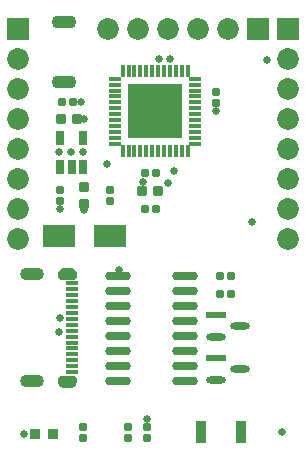
<source format=gts>
%TF.GenerationSoftware,Altium Limited,Altium Designer,23.2.1 (34)*%
G04 Layer_Color=8388736*
%FSLAX45Y45*%
%MOMM*%
%TF.SameCoordinates,A812FC76-EFF7-42A6-A9F1-56CA2D28D9A5*%
%TF.FilePolarity,Negative*%
%TF.FileFunction,Soldermask,Top*%
%TF.Part,Single*%
G01*
G75*
%TA.AperFunction,SMDPad,CuDef*%
%ADD14R,1.00000X0.30000*%
G04:AMPARAMS|DCode=18|XSize=1.65712mm|YSize=0.61213mm|CornerRadius=0.30606mm|HoleSize=0mm|Usage=FLASHONLY|Rotation=0.000|XOffset=0mm|YOffset=0mm|HoleType=Round|Shape=RoundedRectangle|*
%AMROUNDEDRECTD18*
21,1,1.65712,0.00000,0,0,0.0*
21,1,1.04499,0.61213,0,0,0.0*
1,1,0.61213,0.52250,0.00000*
1,1,0.61213,-0.52250,0.00000*
1,1,0.61213,-0.52250,0.00000*
1,1,0.61213,0.52250,0.00000*
%
%ADD18ROUNDEDRECTD18*%
%ADD19R,1.65712X0.61213*%
%ADD20C,0.90000*%
%TA.AperFunction,ComponentPad*%
G04:AMPARAMS|DCode=32|XSize=1.1mm|YSize=2.05mm|CornerRadius=0.55mm|HoleSize=0mm|Usage=FLASHONLY|Rotation=270.000|XOffset=0mm|YOffset=0mm|HoleType=Round|Shape=RoundedRectangle|*
%AMROUNDEDRECTD32*
21,1,1.10000,0.95000,0,0,270.0*
21,1,0.00000,2.05000,0,0,270.0*
1,1,1.10000,-0.47500,0.00000*
1,1,1.10000,-0.47500,0.00000*
1,1,1.10000,0.47500,0.00000*
1,1,1.10000,0.47500,0.00000*
%
%ADD32ROUNDEDRECTD32*%
G04:AMPARAMS|DCode=33|XSize=0.6mm|YSize=1.15mm|CornerRadius=0.3mm|HoleSize=0mm|Usage=FLASHONLY|Rotation=270.000|XOffset=0mm|YOffset=0mm|HoleType=Round|Shape=RoundedRectangle|*
%AMROUNDEDRECTD33*
21,1,0.60000,0.55000,0,0,270.0*
21,1,0.00000,1.15000,0,0,270.0*
1,1,0.60000,-0.27500,0.00000*
1,1,0.60000,-0.27500,0.00000*
1,1,0.60000,0.27500,0.00000*
1,1,0.60000,0.27500,0.00000*
%
%ADD33ROUNDEDRECTD33*%
%TA.AperFunction,SMDPad,CuDef*%
%ADD45O,2.18200X0.75960*%
%ADD46R,4.65000X4.65000*%
%ADD47O,0.40000X1.05000*%
%ADD48O,1.05000X0.40000*%
G04:AMPARAMS|DCode=49|XSize=0.7mm|YSize=0.65mm|CornerRadius=0.1375mm|HoleSize=0mm|Usage=FLASHONLY|Rotation=270.000|XOffset=0mm|YOffset=0mm|HoleType=Round|Shape=RoundedRectangle|*
%AMROUNDEDRECTD49*
21,1,0.70000,0.37500,0,0,270.0*
21,1,0.42500,0.65000,0,0,270.0*
1,1,0.27500,-0.18750,-0.21250*
1,1,0.27500,-0.18750,0.21250*
1,1,0.27500,0.18750,0.21250*
1,1,0.27500,0.18750,-0.21250*
%
%ADD49ROUNDEDRECTD49*%
G04:AMPARAMS|DCode=50|XSize=0.7mm|YSize=0.65mm|CornerRadius=0.1375mm|HoleSize=0mm|Usage=FLASHONLY|Rotation=180.000|XOffset=0mm|YOffset=0mm|HoleType=Round|Shape=RoundedRectangle|*
%AMROUNDEDRECTD50*
21,1,0.70000,0.37500,0,0,180.0*
21,1,0.42500,0.65000,0,0,180.0*
1,1,0.27500,-0.21250,0.18750*
1,1,0.27500,0.21250,0.18750*
1,1,0.27500,0.21250,-0.18750*
1,1,0.27500,-0.21250,-0.18750*
%
%ADD50ROUNDEDRECTD50*%
%ADD51R,0.95000X1.85000*%
%ADD52R,2.80000X1.90000*%
%ADD53R,0.80000X1.25000*%
%ADD54R,0.95000X0.95000*%
G04:AMPARAMS|DCode=55|XSize=0.91mm|YSize=0.8104mm|CornerRadius=0.15755mm|HoleSize=0mm|Usage=FLASHONLY|Rotation=90.000|XOffset=0mm|YOffset=0mm|HoleType=Round|Shape=RoundedRectangle|*
%AMROUNDEDRECTD55*
21,1,0.91000,0.49530,0,0,90.0*
21,1,0.59490,0.81040,0,0,90.0*
1,1,0.31510,0.24765,0.29745*
1,1,0.31510,0.24765,-0.29745*
1,1,0.31510,-0.24765,-0.29745*
1,1,0.31510,-0.24765,0.29745*
%
%ADD55ROUNDEDRECTD55*%
G04:AMPARAMS|DCode=56|XSize=0.91mm|YSize=0.8104mm|CornerRadius=0.15755mm|HoleSize=0mm|Usage=FLASHONLY|Rotation=0.000|XOffset=0mm|YOffset=0mm|HoleType=Round|Shape=RoundedRectangle|*
%AMROUNDEDRECTD56*
21,1,0.91000,0.49530,0,0,0.0*
21,1,0.59490,0.81040,0,0,0.0*
1,1,0.31510,0.29745,-0.24765*
1,1,0.31510,-0.29745,-0.24765*
1,1,0.31510,-0.29745,0.24765*
1,1,0.31510,0.29745,0.24765*
%
%ADD56ROUNDEDRECTD56*%
G04:AMPARAMS|DCode=57|XSize=0.95mm|YSize=1.95mm|CornerRadius=0.275mm|HoleSize=0mm|Usage=FLASHONLY|Rotation=90.000|XOffset=0mm|YOffset=0mm|HoleType=Round|Shape=RoundedRectangle|*
%AMROUNDEDRECTD57*
21,1,0.95000,1.40000,0,0,90.0*
21,1,0.40000,1.95000,0,0,90.0*
1,1,0.55000,0.70000,0.20000*
1,1,0.55000,0.70000,-0.20000*
1,1,0.55000,-0.70000,-0.20000*
1,1,0.55000,-0.70000,0.20000*
%
%ADD57ROUNDEDRECTD57*%
%TA.AperFunction,ComponentPad*%
%ADD58C,1.85000*%
%ADD59R,1.85000X1.85000*%
%ADD60R,1.85000X1.85000*%
%TA.AperFunction,ViaPad*%
%ADD61C,0.65000*%
G36*
X653999Y-3065700D02*
X659433Y-3069496D01*
X668184Y-3079452D01*
X674320Y-3091201D01*
X677489Y-3104073D01*
X677500Y-3110700D01*
X677500D01*
Y-3121640D01*
X669126Y-3141855D01*
X653655Y-3157327D01*
X633440Y-3165700D01*
X567500D01*
Y-3165700D01*
X556560Y-3165700D01*
X536345Y-3157327D01*
X520873Y-3141855D01*
X512500Y-3121640D01*
X512500Y-3110700D01*
X512510Y-3104072D01*
X515679Y-3091201D01*
X521815Y-3079452D01*
X530567Y-3069496D01*
X536000Y-3065700D01*
X653999Y-3065700D01*
Y-3065700D01*
D02*
G37*
G36*
X622500Y-2151700D02*
X633440D01*
X653655Y-2160073D01*
X669126Y-2175545D01*
X677500Y-2195760D01*
Y-2206700D01*
X677489Y-2213328D01*
X674320Y-2226199D01*
X668184Y-2237949D01*
X659433Y-2247905D01*
X653999Y-2251700D01*
X536000Y-2251700D01*
X530567Y-2247904D01*
X521815Y-2237949D01*
X515679Y-2226199D01*
X512510Y-2213328D01*
X512500Y-2206700D01*
Y-2195760D01*
X520873Y-2175545D01*
X536345Y-2160074D01*
X556560Y-2151700D01*
X567500Y-2151701D01*
Y-2151700D01*
X622500Y-2151700D01*
D02*
G37*
G36*
X654000Y-2251700D02*
X653999D01*
D01*
X654000D01*
D02*
G37*
D14*
X635000Y-2683700D02*
D03*
Y-2633700D02*
D03*
Y-2583700D02*
D03*
Y-2733700D02*
D03*
Y-2283700D02*
D03*
Y-2383700D02*
D03*
Y-2483700D02*
D03*
Y-2833700D02*
D03*
Y-2933700D02*
D03*
Y-3033700D02*
D03*
Y-2983700D02*
D03*
Y-2883700D02*
D03*
Y-2783700D02*
D03*
Y-2533700D02*
D03*
Y-2433700D02*
D03*
Y-2333700D02*
D03*
D18*
X2055855Y-2641600D02*
D03*
X1855745Y-2736600D02*
D03*
X2055855Y-3009900D02*
D03*
X1855745Y-3104900D02*
D03*
D19*
Y-2546600D02*
D03*
Y-2914900D02*
D03*
D20*
X595000Y-2201700D02*
D03*
Y-3115700D02*
D03*
D32*
X295000Y-2206700D02*
D03*
Y-3110700D02*
D03*
D33*
X595000Y-2206700D02*
D03*
Y-3110700D02*
D03*
D45*
X1023879Y-2857500D02*
D03*
Y-2730500D02*
D03*
X1587500Y-3111500D02*
D03*
X1023879D02*
D03*
Y-2222500D02*
D03*
Y-2349500D02*
D03*
Y-2476500D02*
D03*
Y-2603500D02*
D03*
Y-2984500D02*
D03*
X1587500D02*
D03*
Y-2857500D02*
D03*
Y-2730500D02*
D03*
Y-2603500D02*
D03*
Y-2476500D02*
D03*
Y-2349500D02*
D03*
Y-2222500D02*
D03*
D46*
X1336770Y-825500D02*
D03*
D47*
X1061770Y-485500D02*
D03*
X1111770D02*
D03*
X1161770D02*
D03*
X1211770D02*
D03*
X1261770D02*
D03*
X1311770D02*
D03*
X1361770D02*
D03*
X1411770D02*
D03*
X1461770D02*
D03*
X1511770D02*
D03*
X1561770D02*
D03*
X1611770D02*
D03*
Y-1165500D02*
D03*
X1561770D02*
D03*
X1511770D02*
D03*
X1461770D02*
D03*
X1411770D02*
D03*
X1361770D02*
D03*
X1311770D02*
D03*
X1261770D02*
D03*
X1211770D02*
D03*
X1161770D02*
D03*
X1111770D02*
D03*
X1061770D02*
D03*
D48*
X1676770Y-550500D02*
D03*
Y-600500D02*
D03*
Y-650500D02*
D03*
Y-700500D02*
D03*
Y-750500D02*
D03*
Y-800500D02*
D03*
Y-850500D02*
D03*
Y-900500D02*
D03*
Y-950500D02*
D03*
Y-1000500D02*
D03*
Y-1050500D02*
D03*
Y-1100500D02*
D03*
X996770D02*
D03*
Y-1050500D02*
D03*
Y-1000500D02*
D03*
Y-950500D02*
D03*
Y-900500D02*
D03*
Y-850500D02*
D03*
Y-800500D02*
D03*
Y-750500D02*
D03*
Y-700500D02*
D03*
Y-650500D02*
D03*
Y-600500D02*
D03*
Y-550500D02*
D03*
D49*
X1885400Y-2222500D02*
D03*
X1975400D02*
D03*
X1885400Y-2374900D02*
D03*
X1975400D02*
D03*
X1340400Y-1651000D02*
D03*
X1250400D02*
D03*
X1340400Y-1346200D02*
D03*
X1250400D02*
D03*
X641900Y-749300D02*
D03*
X551900D02*
D03*
D50*
X1104900Y-3498300D02*
D03*
Y-3588300D02*
D03*
X1854200Y-666200D02*
D03*
Y-756200D02*
D03*
X1270000Y-3588300D02*
D03*
Y-3498300D02*
D03*
X723900Y-3588300D02*
D03*
Y-3498300D02*
D03*
X952500Y-1491700D02*
D03*
Y-1581700D02*
D03*
X533400D02*
D03*
Y-1491700D02*
D03*
D51*
X2062300Y-3543300D02*
D03*
X1722300D02*
D03*
D52*
X521600Y-1879600D02*
D03*
X951600D02*
D03*
D53*
X533900Y-1295400D02*
D03*
X628900D02*
D03*
X723900D02*
D03*
Y-1055400D02*
D03*
X533900D02*
D03*
D54*
X468712Y-3555342D02*
D03*
X318712D02*
D03*
D55*
X1225400Y-1498600D02*
D03*
X1365400D02*
D03*
X539600Y-889000D02*
D03*
X679600D02*
D03*
D56*
X736600Y-1466700D02*
D03*
Y-1606700D02*
D03*
D57*
X564228Y-580572D02*
D03*
Y-70272D02*
D03*
D58*
X2463800Y-1905000D02*
D03*
Y-1651000D02*
D03*
Y-381000D02*
D03*
Y-635000D02*
D03*
Y-889000D02*
D03*
Y-1143000D02*
D03*
Y-1397000D02*
D03*
X177800Y-1905000D02*
D03*
Y-1651000D02*
D03*
Y-381000D02*
D03*
Y-635000D02*
D03*
Y-889000D02*
D03*
Y-1143000D02*
D03*
Y-1397000D02*
D03*
X937260Y-127000D02*
D03*
X1191260D02*
D03*
X1445260D02*
D03*
X1699260D02*
D03*
X1953260D02*
D03*
D59*
X2463800D02*
D03*
X177800D02*
D03*
D60*
X2207260D02*
D03*
D61*
X533400Y-2578100D02*
D03*
X525780Y-2692400D02*
D03*
X1501770Y-990500D02*
D03*
X1391770D02*
D03*
X1281770D02*
D03*
X1171770D02*
D03*
X1501770Y-880500D02*
D03*
X1391770D02*
D03*
X1281770D02*
D03*
X1171770D02*
D03*
X1501770Y-770500D02*
D03*
X1391770D02*
D03*
X1281770D02*
D03*
X1171770D02*
D03*
X1501770Y-660500D02*
D03*
X1391770D02*
D03*
X1281770D02*
D03*
X1171770D02*
D03*
X1371600Y-381000D02*
D03*
X1460500D02*
D03*
X2413000Y-3543300D02*
D03*
X1854200Y-825500D02*
D03*
X1270000Y-3429000D02*
D03*
X228600Y-3556000D02*
D03*
X1028700Y-2171700D02*
D03*
X736600Y-889000D02*
D03*
X711200Y-749300D02*
D03*
X723900Y-1168400D02*
D03*
X622300D02*
D03*
X520700D02*
D03*
X736600Y-1663700D02*
D03*
X533400Y-1651000D02*
D03*
X1234440Y-1420380D02*
D03*
X1447800Y-1435100D02*
D03*
X1498600Y-1333500D02*
D03*
X2159000Y-1765300D02*
D03*
X927100Y-1270000D02*
D03*
X2286000Y-393700D02*
D03*
%TF.MD5,e1afaa404eb26d3c19c776f26fb06aaa*%
M02*

</source>
